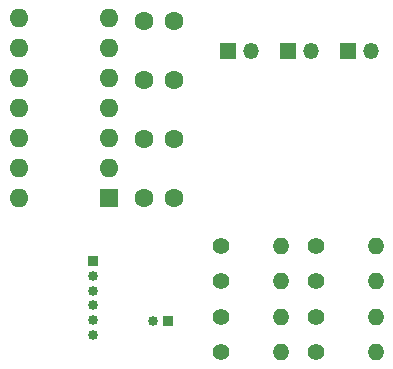
<source format=gbs>
G04 #@! TF.FileFunction,Soldermask,Bot*
%FSLAX46Y46*%
G04 Gerber Fmt 4.6, Leading zero omitted, Abs format (unit mm)*
G04 Created by KiCad (PCBNEW 4.0.6) date 06/26/19 15:12:34*
%MOMM*%
%LPD*%
G01*
G04 APERTURE LIST*
%ADD10C,0.100000*%
%ADD11R,0.850000X0.850000*%
%ADD12C,0.850000*%
%ADD13C,1.400000*%
%ADD14O,1.400000X1.400000*%
%ADD15C,1.600000*%
%ADD16R,1.600000X1.600000*%
%ADD17O,1.600000X1.600000*%
%ADD18R,1.350000X1.350000*%
%ADD19O,1.350000X1.350000*%
G04 APERTURE END LIST*
D10*
D11*
X231648000Y-113665000D03*
D12*
X231648000Y-114915000D03*
X231648000Y-116165000D03*
X231648000Y-117415000D03*
X231648000Y-118665000D03*
X231648000Y-119915000D03*
D13*
X250498000Y-115365000D03*
D14*
X255578000Y-115365000D03*
D13*
X250498000Y-121365000D03*
D14*
X255578000Y-121365000D03*
D13*
X250498000Y-118365000D03*
D14*
X255578000Y-118365000D03*
D13*
X242498000Y-115365000D03*
D14*
X247578000Y-115365000D03*
D13*
X242498000Y-118365000D03*
D14*
X247578000Y-118365000D03*
D13*
X242498000Y-121365000D03*
D14*
X247578000Y-121365000D03*
D15*
X235998000Y-108365000D03*
X238498000Y-108365000D03*
X235998000Y-103365000D03*
X238498000Y-103365000D03*
X235998000Y-98365000D03*
X238498000Y-98365000D03*
X235998000Y-93365000D03*
X238498000Y-93365000D03*
D13*
X242498000Y-112365000D03*
D14*
X247578000Y-112365000D03*
D13*
X250498000Y-112365000D03*
D14*
X255578000Y-112365000D03*
D16*
X232998000Y-108365000D03*
D17*
X225378000Y-93125000D03*
X232998000Y-105825000D03*
X225378000Y-95665000D03*
X232998000Y-103285000D03*
X225378000Y-98205000D03*
X232998000Y-100745000D03*
X225378000Y-100745000D03*
X232998000Y-98205000D03*
X225378000Y-103285000D03*
X232998000Y-95665000D03*
X225378000Y-105825000D03*
X232998000Y-93125000D03*
X225378000Y-108365000D03*
D18*
X248158000Y-95885000D03*
D19*
X250158000Y-95885000D03*
D18*
X243078000Y-95885000D03*
D19*
X245078000Y-95885000D03*
D18*
X253238000Y-95885000D03*
D19*
X255238000Y-95885000D03*
D11*
X237998000Y-118745000D03*
D12*
X236748000Y-118745000D03*
M02*

</source>
